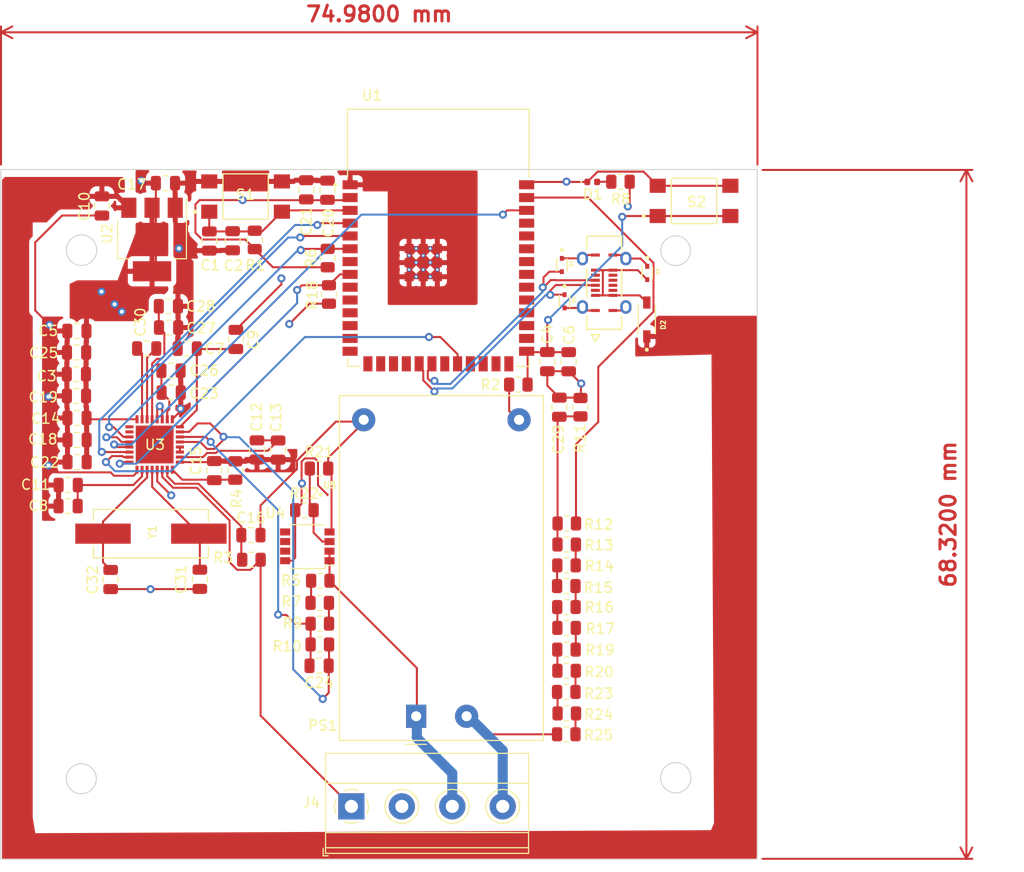
<source format=kicad_pcb>
(kicad_pcb (version 20221018) (generator pcbnew)
  (layers (0 "F.Cu" signal) (1 "In1.Cu" signal) (2 "In2.Cu" signal) (31 "B.Cu" signal) (34 "B.Paste" user) (35 "F.Paste" user) (36 "B.SilkS" user "B.Silkscreen") (37 "F.SilkS" user "F.Silkscreen") (38 "B.Mask" user) (39 "F.Mask" user) (44 "Edge.Cuts" user))
  (net 0 "")
  (net 1 "GND")
  (net 2 "EN")
  (net 3 "+3.3V")
  (net 4 "GPIO0")
  (net 5 "Net-(U3-AVDDOUT)")
  (net 6 "Net-(U3-DVDDOUT)")
  (net 7 "+5V")
  (net 8 "Net-(U3-VDDOUT2P5)")
  (net 9 "Net-(U3-IAP)")
  (net 10 "Net-(U3-IAN)")
  (net 11 "Net-(U3-REFIN)")
  (net 12 "Net-(U3-VAMS)")
  (net 13 "Net-(U3-VAP)")
  (net 14 "Net-(U3-MSH)")
  (net 15 "adc")
  (net 16 "Net-(U3-FA1)")
  (net 17 "Net-(U3-FA0)")
  (net 18 "Net-(U3-CLKIN)")
  (net 19 "Net-(U3-CLKOUT)")
  (net 20 "Net-(D1-A)")
  (net 21 "Net-(J3-VBUS1)")
  (net 22 "D+")
  (net 23 "D-")
  (net 24 "/NEUTRO")
  (net 25 "/Fases")
  (net 32 "Net-(R5-Pad2)")
  (net 33 "reset")
  (net 34 "Net-(R7-Pad2)")
  (net 35 "adc_in")
  (net 36 "Net-(R13-Pad1)")
  (net 37 "Net-(R14-Pad1)")
  (net 38 "Net-(R15-Pad1)")
  (net 39 "Net-(R16-Pad1)")
  (net 40 "Net-(R17-Pad1)")
  (net 41 "ss")
  (net 42 "Net-(R19-Pad1)")
  (net 43 "Net-(R20-Pad1)")
  (net 44 "Net-(U4A-+)")
  (net 45 "Net-(R23-Pad1)")
  (net 46 "Net-(R24-Pad1)")
  (net 47 "miso")
  (net 48 "irq_n")
  (net 65 "RX")
  (net 66 "TX")
  (net 67 "misi")
  (net 72 "SCLK")
  (net 77 "Net-(U3-IBN)")
  (net 84 "Net-(J4-Pin_1)")
  (footprint "Resistor_SMD:R_0805_2012Metric" (layer "F.Cu") (at 88.61 66.02)
    (fp_text reference "R21")
    (fp_text value "10k")
  )
  (footprint "Converter_ACDC:Converter_ACDC_HiLink_HLK-PMxx" (layer "F.Cu") (at 98.24 90.59 90)
    (fp_text reference "PS1")
    (fp_text value "HLK-PM03")
  )
  (footprint "Resistor_SMD:R_0805_2012Metric" (layer "F.Cu") (at 89.6 48.76 -90)
    (fp_text reference "R18")
    (fp_text value "10k")
  )
  (footprint "Resistor_SMD:R_0805_2012Metric" (layer "F.Cu") (at 113.12 88.18)
    (fp_text reference "R23")
    (fp_text value "100k")
  )
  (footprint "Capacitor_SMD:C_0805_2012Metric" (layer "F.Cu") (at 73.7 52.04)
    (fp_text reference "C27")
    (fp_text value "4.7 uF")
  )
  (footprint "Resistor_SMD:R_0805_2012Metric" (layer "F.Cu") (at 113.12 77.68 180)
    (fp_text reference "R15")
    (fp_text value "100k")
  )
  (footprint "Capacitor_SMD:C_0805_2012Metric" (layer "F.Cu") (at 111.24 55.42 90)
    (fp_text reference "C4")
    (fp_text value "1uF")
  )
  (footprint "Capacitor_SMD:C_0805_2012Metric" (layer "F.Cu") (at 80.37 53.22 -90)
    (fp_text reference "C9")
    (fp_text value "4.7 uF")
  )
  (footprint "Capacitor_SMD:C_0805_2012Metric" (layer "F.Cu") (at 75.55 54.13)
    (fp_text reference "C7")
    (fp_text value "0.1 uF")
  )
  (footprint "Capacitor_SMD:C_0805_2012Metric" (layer "F.Cu") (at 84.56 64.19 -90)
    (fp_text reference "C13")
    (fp_text value "0.1 uF")
  )
  (footprint "Resistor_SMD:R_0805_2012Metric" (layer "F.Cu") (at 81.91 75.07 180)
    (fp_text reference "R3")
    (fp_text value "150k")
  )
  (footprint "Capacitor_SMD:C_0805_2012Metric" (layer "F.Cu") (at 87.35 38.38 90)
    (fp_text reference "C21")
    (fp_text value "C 10uF")
  )
  (footprint "Capacitor_SMD:C_0805_2012Metric" (layer "F.Cu") (at 78.23 66.23 90)
    (fp_text reference "C15")
    (fp_text value "0.1 uF")
  )
  (footprint "Capacitor_SMD:C_0805_2012Metric" (layer "F.Cu") (at 64.58 54.51 180)
    (fp_text reference "C25")
    (fp_text value "0.1 uF")
  )
  (footprint "Resistor_SMD:R_0805_2012Metric" (layer "F.Cu") (at 113.16 73.56 180)
    (fp_text reference "R13")
    (fp_text value "100k")
  )
  (footprint "TerminalBlock_Phoenix:TerminalBlock_Phoenix_MKDS-1,5-4_1x04_P5.00mm_Horizontal" (layer "F.Cu") (at 91.82 99.53)
    (fp_text reference "J4")
    (fp_text value "Screw_Terminal_01x04")
  )
  (footprint "Capacitor_SMD:C_0805_2012Metric" (layer "F.Cu") (at 80.05 43.43 -90)
    (fp_text reference "C2")
    (fp_text value "0.1uF")
  )
  (footprint "Capacitor_SMD:C_0805_2012Metric" (layer "F.Cu") (at 77.74 43.46 90)
    (fp_text reference "C1")
    (fp_text value "1uF")
  )
  (footprint "Resistor_SMD:R_0805_2012Metric" (layer "F.Cu") (at 89.47 45.15 90)
    (fp_text reference "R6")
    (fp_text value "10k")
  )
  (footprint "Capacitor_SMD:C_0805_2012Metric" (layer "F.Cu") (at 67.96 77.03 -90)
    (fp_text reference "C32")
    (fp_text value "22Pf")
  )
  (footprint "Capacitor_SMD:C_0805_2012Metric" (layer "F.Cu") (at 112.43 59.94 90)
    (fp_text reference "C29")
    (fp_text value "1uF")
  )
  (footprint "Resistor_SMD:R_0805_2012Metric" (layer "F.Cu") (at 113.15 86.08 180)
    (fp_text reference "R20")
    (fp_text value "100k")
  )
  (footprint "Resistor_SMD:R_0805_2012Metric" (layer "F.Cu") (at 113.1475 81.83 180)
    (fp_text reference "R17")
    (fp_text value "100k")
  )
  (footprint "Resistor_SMD:R_0805_2012Metric" (layer "F.Cu") (at 113.14 83.98)
    (fp_text reference "R19")
    (fp_text value "100k")
  )
  (footprint "Capacitor_SMD:C_0805_2012Metric" (layer "F.Cu") (at 82.46 64.18 -90)
    (fp_text reference "C12")
    (fp_text value "4.7 uF")
  )
  (footprint "Capacitor_SMD:C_0805_2012Metric" (layer "F.Cu") (at 64.56 56.67 180)
    (fp_text reference "C3")
    (fp_text value "22uF")
  )
  (footprint "Capacitor_SMD:C_0805_2012Metric" (layer "F.Cu") (at 73.94 56.32)
    (fp_text reference "C26")
    (fp_text value "0.1 uF")
  )
  (footprint "Capacitor_SMD:C_0805_2012Metric" (layer "F.Cu") (at 73.39 37.72)
    (fp_text reference "C17")
    (fp_text value "C 10uF")
  )
  (footprint "Resistor_SMD:R_0805_2012Metric" (layer "F.Cu") (at 88.68 79.35)
    (fp_text reference "R7")
    (fp_text value "330k")
  )
  (footprint "Capacitor_SMD:C_0805_2012Metric" (layer "F.Cu") (at 89.45 38.42 90)
    (fp_text reference "C20")
    (fp_text value "C 10uF")
  )
  (footprint "Resistor_SMD:R_0805_2012Metric" (layer "F.Cu") (at 87.16 70.15)
    (fp_text reference "R22")
    (fp_text value "10k")
  )
  (footprint "Capacitor_SMD:C_0805_2012Metric" (layer "F.Cu") (at 67.09 39.98 -90)
    (fp_text reference "C10")
    (fp_text value "C 10uF")
  )
  (footprint "Capacitor_SMD:C_0805_2012Metric" (layer "F.Cu") (at 64.62 61.01 180)
    (fp_text reference "C14")
    (fp_text value "0.1uF")
  )
  (footprint "Resistor_SMD:R_0805_2012Metric" (layer "F.Cu") (at 88.69 83.47 180)
    (fp_text reference "R10")
    (fp_text value "1K")
  )
  (footprint "Capacitor_SMD:C_0805_2012Metric" (layer "F.Cu") (at 64.63 63.19 180)
    (fp_text reference "C18")
    (fp_text value "4.7 uF")
  )
  (footprint "Resistor_SMD:R_0805_2012Metric" (layer "F.Cu") (at 118.4925 37.58)
    (fp_text reference "R8")
    (fp_text value "5.1k")
  )
  (footprint "huella y simbolos:XCVR_ESP32S3WROOM1N8R8" (layer "F.Cu") (at 100.44 43.14)
    (fp_text reference "U1")
    (fp_text value "ESP32-S3-WROOM-1-N8R8")
  )
  (footprint "Capacitor_SMD:C_0805_2012Metric" (layer "F.Cu") (at 63.75 67.66 180)
    (fp_text reference "C11")
    (fp_text value "0.1 uF")
  )
  (footprint "Capacitor_SMD:C_0805_2012Metric" (layer "F.Cu") (at 76.8 77.01 -90)
    (fp_text reference "C31")
    (fp_text value "22Pf")
  )
  (footprint "huella y simbolos:DIO_PESD5V0R1BSFYL" (layer "F.Cu") (at 89.65 68.62)
    (fp_text reference "U5")
    (fp_text value "~")
  )
  (footprint "Resistor_SMD:R_0805_2012Metric" (layer "F.Cu") (at 80.31 66.2175 -90)
    (fp_text reference "R4")
    (fp_text value "150k")
  )
  (footprint "TL3305AF160QG:SW_TL3305AF160QG" (layer "F.Cu") (at 81.3325 39.05)
    (fp_text reference "S1")
    (fp_text value "TL3305AF160QG")
  )
  (footprint "Resistor_SMD:R_0805_2012Metric" (layer "F.Cu") (at 108.37 57.7)
    (fp_text reference "R2")
    (fp_text value "10K")
  )
  (footprint "Resistor_SMD:R_0805_2012Metric" (layer "F.Cu") (at 113.17 90.31 180)
    (fp_text reference "R24")
    (fp_text value "100k")
  )
  (footprint "huella y simbolos:TVS_LESD5D5.0CT1G" (layer "F.Cu") (at 121.14 46.63 -90)
    (fp_text reference "D5")
    (fp_text value "LESD5D5.0CT1G")
  )
  (footprint "huella y simbolos:TVS_LESD5D5.0CT1G" (layer "F.Cu") (at 112.68 45.84 -90)
    (fp_text reference "D4")
    (fp_text value "LESD5D5.0CT1G")
  )
  (footprint "huella y simbolos:MOLEX_2171820001" (layer "F.Cu") (at 116.875 47.6 90)
    (fp_text reference "J3" hide)
    (fp_text value "2171820001" hide)
    (fp_line (start 3.65 -0.26) (end 3.85 -0.26) (stroke (width 0.01)) (layer "Edge.Cuts"))
    (fp_line (start 3.85 0.26) (end 3.65 0.26) (stroke (width 0.01)) (layer "Edge.Cuts"))
    (fp_arc (start 3.39 0) (mid 3.466152 -0.183848) (end 3.65 -0.26) (stroke (width 0.01)) (layer "Edge.Cuts"))
    (fp_arc (start 3.65 0.26) (mid 3.466152 0.183848) (end 3.39 0) (stroke (width 0.01)) (layer "Edge.Cuts"))
    (fp_arc (start 3.85 -0.26) (mid 4.033848 -0.183848) (end 4.11 0) (stroke (width 0.01)) (layer "Edge.Cuts"))
    (fp_arc (start 4.11 0) (mid 4.033848 0.183848) (end 3.85 0.26) (stroke (width 0.01)) (layer "Edge.Cuts"))
  )
  (footprint "huella y simbolos:TVS_LESD5D5.0CT1G" (layer "F.Cu") (at 112.95 49.44 -90)
    (fp_text reference "D3")
    (fp_text value "LESD5D5.0CT1G")
  )
  (footprint "Capacitor_SMD:C_0805_2012Metric" (layer "F.Cu") (at 113.36 55.43 -90)
    (fp_text reference "C6")
    (fp_text value "0.1uF")
  )
  (footprint "Resistor_SMD:R_0805_2012Metric" (layer "F.Cu") (at 114.53 59.94 90)
    (fp_text reference "R11")
    (fp_text value "1k")
  )
  (footprint "Resistor_SMD:R_0805_2012Metric" (layer "F.Cu") (at 113.1325 79.76)
    (fp_text reference "R16")
    (fp_text value "100k")
  )
  (footprint "Resistor_SMD:R_0805_2012Metric" (layer "F.Cu") (at 113.17 71.47)
    (fp_text reference "R12")
    (fp_text value "10k")
  )
  (footprint "Capacitor_SMD:C_0805_2012Metric" (layer "F.Cu") (at 81.86 72.63 180)
    (fp_text reference "C16")
    (fp_text value "0.1 uF")
  )
  (footprint "MOLISENSE:XTAL_ECS-120-32-5PX-TR" (layer "F.Cu") (at 71.95 72.48)
    (fp_text reference "Y1")
    (fp_text value "ECS-120-32-5PX-TR")
  )
  (footprint "Resistor_SMD:R_0805_2012Metric" (layer "F.Cu") (at 113.14 75.63)
    (fp_text reference "R14")
    (fp_text value "100k")
  )
  (footprint "Capacitor_SMD:C_0805_2012Metric" (layer "F.Cu") (at 88.62 85.58 180)
    (fp_text reference "C24")
    (fp_text value "15nF")
  )
  (footprint "Package_TO_SOT_SMD:SuperSOT-8" (layer "F.Cu") (at 87.45 73.74 180)
    (fp_text reference "U4")
    (fp_text value "LM358")
  )
  (footprint "TL3305AF160QG:SW_TL3305AF160QG" (layer "F.Cu") (at 125.7825 39.48)
    (fp_text reference "S2")
    (fp_text value "TL3305AF160QG")
  )
  (footprint "huella y simbolos:QFN50P500X500X80-33N" (layer "F.Cu") (at 72.32 63.64 90)
    (property "VALUE" "")
    (fp_text reference "U3")
    (fp_text value "ADE9153AACPZ")
  )
  (footprint "LED_SMD:LED_0402_1005Metric" (layer "F.Cu") (at 115.69 37.6)
    (fp_text reference "D1")
    (fp_text value "LED")
  )
  (footprint "Capacitor_SMD:C_0805_2012Metric" (layer "F.Cu") (at 64.57 58.82 180)
    (fp_text reference "C19")
    (fp_text value "0.1 uF")
  )
  (footprint "Resistor_SMD:R_0805_2012Metric" (layer "F.Cu") (at 88.69 81.41 180)
    (fp_text reference "R9")
    (fp_text value "330k")
  )
  (footprint "Resistor_SMD:R_0805_2012Metric" (layer "F.Cu") (at 82.24 43.35 90)
    (fp_text reference "R1")
    (fp_text value "10K")
  )
  (footprint "Resistor_SMD:R_0805_2012Metric" (layer "F.Cu") (at 88.74 77.15 180)
    (fp_text reference "R5")
    (fp_text value "330k")
  )
  (footprint "Capacitor_SMD:C_0805_2012Metric" (layer "F.Cu") (at 73.96 58.49)
    (fp_text reference "C23")
    (fp_text value "4.7 uF")
  )
  (footprint "Capacitor_SMD:C_0805_2012Metric" (layer "F.Cu") (at 64.61 52.38 180)
    (fp_text reference "C5")
    (fp_text value "0.1uF")
  )
  (footprint "Capacitor_SMD:C_0805_2012Metric" (layer "F.Cu") (at 63.74 69.75 180)
    (fp_text reference "C8")
    (fp_text value "4.7 uF")
  )
  (footprint "huella y simbolos:SOD3715X145N" (layer "F.Cu") (at 121.1 51.24 90)
    (fp_text reference "D2")
    (fp_text value "1N5819HW-7-F")
  )
  (footprint "Capacitor_SMD:C_0805_2012Metric" (layer "F.Cu") (at 64.63 65.38 180)
    (fp_text reference "C22")
    (fp_text value "4.7 uF")
  )
  (footprint "Capacitor_SMD:C_0805_2012Metric" (layer "F.Cu") (at 73.68 49.93)
    (fp_text reference "C28")
    (fp_text value "0.1 uF")
  )
  (footprint "Package_TO_SOT_SMD:SOT-223-3_TabPin2" (layer "F.Cu") (at 72.06 43.31 -90)
    (fp_text reference "U2")
    (fp_text value "AMS1117-3.3")
  )
  (footprint "Capacitor_SMD:C_0805_2012Metric" (layer "F.Cu") (at 71.53 54.12 180)
    (fp_text reference "C30")
    (fp_text value "0.47uF")
  )
  (footprint "Resistor_SMD:R_0805_2012Metric" (layer "F.Cu") (at 113.12 92.38)
    (fp_text reference "R25")
    (fp_text value "100k")
  )
  (gr_rect (start 57.07 36.37) (end 132.05 104.77) (stroke (width 0.1)) (fill none) (layer "Edge.Cuts"))
  (gr_circle (center 65.05 96.79) (end 66.54 96.79) (stroke (width 0.1)) (fill none) (layer "Edge.Cuts"))
  (gr_circle (center 123.97 96.69) (end 125.47 96.69) (stroke (width 0.1)) (fill none) (layer "Edge.Cuts"))
  (gr_circle (center 65.07 44.37) (end 66.58 44.37) (stroke (width 0.1)) (fill none) (layer "Edge.Cuts"))
  (gr_circle (center 123.96 44.42) (end 125.43 44.42) (stroke (width 0.1)) (fill none) (layer "Edge.Cuts"))
  (dimension (type aligned) (layer "F.Cu") (pts (xy 132.07 104.73) (xy 132.07 36.41)) (height 20.71) (gr_text "68.3200 mm" (at 150.98 70.57 90) (layer "F.Cu") (effects (font (size 1.5 1.5) (thickness 0.3)))) (format (prefix "") (suffix "") (units 3) (units_format 1) (precision 4)) (style (thickness 0.2) (arrow_length 1.27) (text_position_mode 0) (extension_height 0.58642) (extension_offset 0.5) keep_text_aligned))
  (dimension (type aligned) (layer "F.Cu") (pts (xy 57.09 36.38) (xy 132.07 36.38)) (height -13.62) (gr_text "74.9800 mm" (at 94.58 20.96) (layer "F.Cu") (effects (font (size 1.5 1.5) (thickness 0.3)))) (format (prefix "") (suffix "") (units 3) (units_format 1) (precision 4)) (style (thickness 0.2) (arrow_length 1.27) (text_position_mode 0) (extension_height 0.58642) (extension_offset 0.5) keep_text_aligned))
  (segment (start 74.91 60.06) (end 74.91 58.49) (width 0.2) (layer "F.Cu") (net 1))
  (segment (start 82.81 72.63) (end 82.81 69.69) (width 0.2) (layer "F.Cu") (net 1))
  (segment (start 78.28 65.23) (end 86.42457 65.23) (width 0.2) (layer "F.Cu") (net 1))
  (segment (start 89.5225 64.9575) (end 93.11 61.37) (width 0.2) (layer "F.Cu") (net 1))
  (segment (start 113.35 56.37) (end 113.36 56.38) (width 0.2) (layer "F.Cu") (net 1))
  (segment (start 78.23 65.28) (end 78.28 65.23) (width 0.2) (layer "F.Cu") (net 1))
  (segment (start 115.075 50.35) (end 114.725 50) (width 0.2) (layer "F.Cu") (net 1))
  (segment (start 89.85 66.3475) (end 89.85 72.113) (width 0.2) (layer "F.Cu") (net 1))
  (segment (start 116.01 44.85) (end 115.075 44.85) (width 0.2) (layer "F.Cu") (net 1))
  (segment (start 72.57 60.1) (end 72.83 59.84) (width 0.2) (layer "F.Cu") (net 1))
  (segment (start 112.68 45.18) (end 114.705 45.18) (width 0.2) (layer "F.Cu") (net 1))
  (segment (start 73.07 61.14) (end 73.07 60.08) (width 0.2) (layer "F.Cu") (net 1))
  (segment (start 63.15 40.93) (end 60.48 43.6) (width 0.2) (layer "F.Cu") (net 1))
  (segment (start 73.07 60.08) (end 72.83 59.84) (width 0.2) (layer "F.Cu") (net 1))
  (segment (start 71.9 77.98) (end 71.91 77.99) (width 0.2) (layer "F.Cu") (net 1))
  (segment (start 72.57 61.14) (end 72.57 60.1) (width 0.2) (layer "F.Cu") (net 1))
  (segment (start 118.675 44.85) (end 119.025 45.2) (width 0.2) (layer "F.Cu") (net 1))
  (segment (start 112.95 50.1) (end 114.625 50.1) (width 0.2) (layer "F.Cu") (net 1))
  (segment (start 112.43 58.99) (end 114.4925 58.99) (width 0.2) (layer "F.Cu") (net 1))
  (segment (start 86.42457 66.07543) (end 86.42457 65.23) (width 0.2) (layer "F.Cu") (net 1))
  (segment (start 71.91 77.99) (end 71.92 77.98) (width 0.2) (layer "F.Cu") (net 1))
  (segment (start 84.879717 47.760283) (end 84.879717 47.160945) (width 0.2) (layer "F.Cu") (net 1))
  (segment (start 82.81 69.69) (end 86.42457 66.07543) (width 0.2) (layer "F.Cu") (net 1))
  (segment (start 90.28457 61.37) (end 93.11 61.37) (width 0.2) (layer "F.Cu") (net 1))
  (segment (start 60.48 50.35) (end 61.9 51.77) (width 0.2) (layer "F.Cu") (net 1))
  (segment (start 120.7825 36.58) (end 116.225 36.58) (width 0.2) (layer "F.Cu") (net 1))
  (segment (start 114.53 59.0275) (end 114.6 57.59) (width 0.2) (layer "F.Cu") (net 1))
  (segment (start 112.43 58.99) (end 111.24 57.8) (width 0.2) (layer "F.Cu") (net 1))
  (segment (start 113.11 37.6) (end 109.47 37.6) (width 0.2) (layer "F.Cu") (net 1))
  (segment (start 86.42457 65.23) (end 90.28457 61.37) (width 0.2) (layer "F.Cu") (net 1))
  (segment (start 74.82 65.39) (end 82.2 65.39) (width 0.2) (layer "F.Cu") (net 1))
  (segment (start 109.47 37.6) (end 109.19 37.88) (width 0.2) (layer "F.Cu") (net 1))
  (segment (start 67.96 77.98) (end 71.9 77.98) (width 0.2) (layer "F.Cu") (net 1))
  (segment (start 114.625 50.1) (end 114.725 50) (width 0.2) (layer "F.Cu") (net 1))
  (segment (start 113.17 37.6) (end 113.14 37.57) (width 0.2) (layer "F.Cu") (net 1))
  (segment (start 62.475 66.405) (end 61.79 65.72) (width 0.2) (layer "F.Cu") (net 1))
  (segment (start 114.53 57.55) (end 113.36 56.38) (width 0.2) (layer "F.Cu") (net 1))
  (segment (start 89.5225 66.02) (end 89.85 66.3475) (width 0.2) (layer "F.Cu") (net 1))
  (segment (start 89.85 72.113) (end 89.65 72.313) (width 0.2) (layer "F.Cu") (net 1))
  (segment (start 117.74 50.35) (end 118.675 50.35) (width 0.2) (layer "F.Cu") (net 1))
  (segment (start 111.24 56.37) (end 113.35 56.37) (width 0.2) (layer "F.Cu") (net 1))
  (segment (start 116.225 36.58) (end 115.205 37.6) (width 0.2) (layer "F.Cu") (net 1))
  (segment (start 74.91 60.3) (end 74.91 60.1) (width 0.2) (layer "F.Cu") (net 1))
  (segment (start 121.14 45.97) (end 121.14 45.85) (width 0.2) (layer "F.Cu") (net 1))
  (segment (start 67.33 40.93) (end 63.15 40.93) (width 0.2) (layer "F.Cu") (net 1))
  (segment (start 70.57 66.14) (end 70.57 66.39) (width 0.2) (layer "F.Cu") (net 1))
  (segment (start 74.89 60.08) (end 74.91 60.06) (width 0.2) (layer "F.Cu") (net 1))
  (segment (start 114.4925 58.99) (end 114.53 59.0275) (width 0.2) (layer "F.Cu") (net 1))
  (segment (start 129.3825 37.98) (end 122.1825 37.98) (width 0.2) (layer "F.Cu") (net 1))
  (segment (start 117.74 44.85) (end 118.675 44.85) (width 0.2) (layer "F.Cu") (net 1))
  (segment (start 74.07 61.14) (end 74.91 60.3) (width 0.2) (layer "F.Cu") (net 1))
  (segment (start 80.37 52.27) (end 84.879717 47.760283) (width 0.2) (layer "F.Cu") (net 1))
  (segment (start 67.954339 66.405) (end 62.475 66.405) (width 0.2) (layer "F.Cu") (net 1))
  (segment (start 122.1825 37.98) (end 120.7825 36.58) (width 0.2) (layer "F.Cu") (net 1))
  (segment (start 121.14 45.85) (end 120.49 45.2) (width 0.2) (layer "F.Cu") (net 1))
  (segment (start 111.24 57.8) (end 111.24 56.37) (width 0.2) (layer "F.Cu") (net 1))
  (segment (start 89.5225 66.02) (end 89.5225 64.9575) (width 0.2) (layer "F.Cu") (net 1))
  (segment (start 71.92 77.98) (end 76.78 77.98) (width 0.2) (layer "F.Cu") (net 1))
  (segment (start 76.78 77.98) (end 76.8 77.96) (width 0.2) (layer "F.Cu") (net 1))
  (segment (start 60.48 43.6) (end 60.48 50.35) (width 0.2) (layer "F.Cu") (net 1))
  (segment (start 70.57 66.39) (end 70.22 66.74) (width 0.2) (layer "F.Cu") (net 1))
  (segment (start 115.205 37.6) (end 113.17 37.6) (width 0.2) (layer "F.Cu") (net 1))
  (segment (start 74.95 60.03) (end 74.91 59.99) (width 0.2) (layer "F.Cu") (net 1))
  (segment (start 118.675 50.35) (end 119.025 50) (width 0.2) (layer "F.Cu") (net 1))
  (segment (start 82.2 65.39) (end 82.46 65.13) (width 0.2) (layer "F.Cu") (net 1))
  (segment (start 74.91 60.1) (end 74.89 60.08) (width 0.2) (layer "F.Cu") (net 1))
  (segment (start 120.49 45.2) (end 119.025 45.2) (width 0.2) (layer "F.Cu") (net 1))
  (segment (start 114.6 57.59) (end 114.53 57.55) (width 0.2) (layer "F.Cu") (net 1))
  (segment (start 114.705 45.18) (end 114.725 45.2) (width 0.2) (layer "F.Cu") (net 1))
  (segment (start 74.91 59.99) (end 74.91 58.49) (width 0.2) (layer "F.Cu") (net 1))
  (segment (start 68.289339 66.74) (end 67.954339 66.405) (width 0.2) (layer "F.Cu") (net 1))
  (segment (start 116.01 50.35) (end 115.075 50.35) (width 0.2) (layer "F.Cu") (net 1))
  (segment (start 70.22 66.74) (end 68.289339 66.74) (width 0.2) (layer "F.Cu") (net 1))
  (segment (start 113.14 37.57) (end 113.11 37.6) (width 0.2) (layer "F.Cu") (net 1))
  (segment (start 115.075 44.85) (end 114.725 45.2) (width 0.2) (layer "F.Cu") (net 1))
  (via (at 72.83 59.84) (size 0.8) (drill 0.4) (layers "F.Cu" "B.Cu") (net 1))
  (via (at 114.6 57.59) (size 0.8) (drill 0.4) (layers "F.Cu" "B.Cu") (net 1))
  (via (at 71.91 77.99) (size 0.8) (drill 0.4) (layers "F.Cu" "B.Cu") (net 1))
  (via (at 113.14 37.57) (size 0.8) (drill 0.4) (layers "F.Cu" "B.Cu") (net 1))
  (via (at 61.8 58.9) (size 0.8) (drill 0.4) (layers "F.Cu" "B.Cu") (net 1))
  (via (at 74.73 44.19) (size 0.8) (drill 0.4) (layers "F.Cu" "B.Cu") (net 1))
  (via (at 61.9 51.77) (size 0.8) (drill 0.4) (layers "F.Cu" "B.Cu") (net 1))
  (via (at 61.79 65.72) (size 0.8) (drill 0.4) (layers "F.Cu" "B.Cu") (net 1))
  (via (at 84.879717 47.160945) (size 0.8) (drill 0.4) (layers "F.Cu" "B.Cu") (net 1))
  (via (at 74.89 60.08) (size 0.8) (drill 0.4) (layers "F.Cu" "B.Cu") (net 1))
  (segment (start 77.7325 42.5025) (end 77.74 42.51) (width 0.2) (layer "F.Cu") (net 2))
  (segment (start 77.74 42.51) (end 82.9725 42.51) (width 0.2) (layer "F.Cu") (net 2))
  (segment (start 77.7325 40.55) (end 77.7325 42.5025) (width 0.2) (layer "F.Cu") (net 2))
  (segment (start 85.0625 40.42) (end 84.9325 40.55) (width 0.2) (layer "F.Cu") (net 2))
  (segment (start 91.69 40.42) (end 85.0625 40.42) (width 0.2) (layer "F.Cu") (net 2))
  (segment (start 82.9725 42.51) (end 84.9325 40.55) (width 0.2) (layer "F.Cu") (net 2))
  (segment (start 86.885 69.5125) (end 86.2475 70.15) (width 0.2) (layer "F.Cu") (net 3))
  (segment (start 91.43 39.41) (end 91.69 39.15) (width 0.2) (layer "F.Cu") (net 3))
  (segment (start 85.95 75.167) (end 85.25 75.167) (width 0.2) (layer "F.Cu") (net 3))
  (segment (start 86.885 65.335256) (end 86.885 67.465) (width 0.2) (layer "F.Cu") (net 3))
  (segment (start 72.57 66.14) (end 72.57 67.289338) (width 0.2) (layer "F.Cu") (net 3))
  (segment (start 72.57 67.289338) (end 73.960331 68.679669) (width 0.2) (layer "F.Cu") (net 3))
  (segment (start 86.885 67.535) (end 86.885 69.5125) (width 0.2) (layer "F.Cu") (net 3))
  (segment (start 107.4575 57.7) (end 107.4575 60.3175) (width 0.2) (layer "F.Cu") (net 3))
  (segment (start 89.6 49.6725) (end 87.6775 49.6725) (width 0.2) (layer "F.Cu") (net 3))
  (segment (start 65.7 61.14) (end 65.57 61.01) (width 0.2) (layer "F.Cu") (net 3))
  (segment (start 87.200256 65.02) (end 86.885 65.335256) (width 0.2) (layer "F.Cu") (net 3))
  (segment (start 89.45 68.62) (end 88.51 67.68) (width 0.2) (layer "F.Cu") (net 3))
  (segment (start 89.47 46.0625) (end 84.04 46.0625) (width 0.2) (layer "F.Cu") (net 3))
  (segment (start 76.36 42.639744) (end 76.36 39.8225) (width 0.2) (layer "F.Cu") (net 3))
  (segment (start 88.51 67.68) (end 88.51 65.335256) (width 0.2) (layer "F.Cu") (net 3))
  (segment (start 119.29 40.03) (end 119.22 40.03) (width 0.2) (layer "F.Cu") (net 3))
  (segment (start 81.04 39.41) (end 91.43 39.41) (width 0.2) (layer "F.Cu") (net 3))
  (segment (start 107.4575 60.3175) (end 108.51 61.37) (width 0.2) (layer "F.Cu") (net 3))
  (segment (start 86.2475 70.15) (end 86.2475 74.8695) (width 0.2) (layer "F.Cu") (net 3))
  (segment (start 81.2875 43.31) (end 77.030256 43.31) (width 0.2) (layer "F.Cu") (net 3))
  (segment (start 81.03 39.4) (end 81.04 39.41) (width 0.2) (layer "F.Cu") (net 3))
  (segment (start 76.7825 39.4) (end 81.03 39.4) (width 0.2) (layer "F.Cu") (net 3))
  (segment (start 70.57 61.14) (end 65.7 61.14) (width 0.2) (layer "F.Cu") (net 3))
  (segment (start 77.030256 43.31) (end 76.36 42.639744) (width 0.2) (layer "F.Cu") (net 3))
  (segment (start 72.44 46.08) (end 72.06 46.46) (width 0.2) (layer "F.Cu") (net 3))
  (segment (start 87.6775 49.6725) (end 85.66 51.69) (width 0.2) (layer "F.Cu") (net 3))
  (segment (start 84.04 46.0625) (end 82.24 44.2625) (width 0.2) (layer "F.Cu") (net 3))
  (segment (start 86.2475 74.8695) (end 85.95 75.167) (width 0.2) (layer "F.Cu") (net 3))
  (segment (start 82.24 44.2625) (end 81.2875 43.31) (width 0.2) (layer "F.Cu") (net 3))
  (segment (start 72.44 37.72) (end 72.44 46.08) (width 0.2) (layer "F.Cu") (net 3))
  (segment (start 88.51 65.335256) (end 88.194744 65.02) (width 0.2) (layer "F.Cu") (net 3))
  (segment (start 119.22 40.03) (end 119.22 40.1) (width 0.2) (layer "F.Cu") (net 3))
  (segment (start 88.194744 65.02) (end 87.200256 65.02) (width 0.2) (layer "F.Cu") (net 3))
  (segment (start 119.405 39.915) (end 119.29 40.03) (width 0.2) (layer "F.Cu") (net 3))
  (segment (start 119.22 40.1) (end 119.18 40.14) (width 0.2) (layer "F.Cu") (net 3))
  (segment (start 86.885 67.465) (end 86.92 67.5) (width 0.2) (layer "F.Cu") (net 3))
  (segment (start 119.405 37.58) (end 119.405 39.915) (width 0.2) (layer "F.Cu") (net 3))
  (segment (start 76.36 39.8225) (end 76.7825 39.4) (width 0.2) (layer "F.Cu") (net 3))
  (segment (start 86.92 67.5) (end 86.885 67.535) (width 0.2) (layer "F.Cu") (net 3))
  (via (at 119.22 40.03) (size 0.8) (drill 0.4) (layers "F.Cu" "B.Cu") (net 3))
  (via (at 69.07 50.47) (size 0.8) (drill 0.4) (layers "F.Cu" "B.Cu") (net 3))
  (via (at 81.03 39.4) (size 0.8) (drill 0.4) (layers "F.Cu" "B.Cu") (net 3))
  (via (at 73.960331 68.679669) (size 0.8) (drill 0.4) (layers "F.Cu" "B.Cu") (net 3))
  (via (at 85.66 51.69) (size 0.8) (drill 0.4) (layers "F.Cu" "B.Cu") (net 3))
  (via (at 68.35 49.73) (size 0.8) (drill 0.4) (layers "F.Cu" "B.Cu") (net 3))
  (via (at 86.92 67.5) (size 0.8) (drill 0.4) (layers "F.Cu" "B.Cu") (net 3))
  (via (at 67.05 48.48) (size 0.8) (drill 0.4) (layers "F.Cu" "B.Cu") (net 3))
  (via (at 71 37.48) (size 0.8) (drill 0.4) (layers "F.Cu" "B.Cu") (net 3))
  (segment (start 113.36 54.48) (end 109.28 54.48) (width 0.2) (layer "F.Cu") (net 4))
  (segment (start 109.28 54.48) (end 109.19 54.39) (width 0.2) (layer "F.Cu") (net 4))
  (segment (start 118.74 40.98) (end 118.66 41.06) (width 0.2) (layer "F.Cu") (net 4))
  (segment (start 122.1825 40.98) (end 118.74 40.98) (width 0.2) (layer "F.Cu") (net 4))
  (segment (start 111.24 54.47) (end 111.24 51.36) (width 0.2) (layer "F.Cu") (net 4))
  (segment (start 129.3825 40.98) (end 122.1825 40.98) (width 0.2) (layer "F.Cu") (net 4))
  (segment (start 111.24 51.36) (end 111.31 51.29) (width 0.2) (layer "F.Cu") (net 4))
  (segment (start 109.2825 57.7) (end 109.2825 54.4825) (width 0.2) (layer "F.Cu") (net 4))
  (segment (start 109.2825 54.4825) (end 109.19 54.39) (width 0.2) (layer "F.Cu") (net 4))
  (via (at 118.66 41.06) (size 0.8) (drill 0.4) (layers "F.Cu" "B.Cu") (net 4))
  (via (at 111.31 51.29) (size 0.8) (drill 0.4) (layers "F.Cu" "B.Cu") (net 4))
  (segment (start 118.66 41.06) (end 118.66 43.94) (width 0.2) (layer "B.Cu") (net 4))
  (segment (start 118.66 43.94) (end 111.31 51.29) (width 0.2) (layer "B.Cu") (net 4))
  (segment (start 80.37 54.17) (end 76.54 54.17) (width 0.2) (layer "F.Cu") (net 5))
  (segment (start 76.54 54.17) (end 76.5 54.13) (width 0.2) (layer "F.Cu") (net 5))
  (segment (start 76.5 60.21) (end 76.5 54.13) (width 0.2) (layer "F.Cu") (net 5))
  (segment (start 74.82 61.89) (end 76.5 60.21) (width 0.2) (layer "F.Cu") (net 5))
  (segment (start 71.07 66.14) (end 71.07 66.79) (width 0.2) (layer "F.Cu") (net 6))
  (segment (start 64.69 69.75) (end 64.69 67.67) (width 0.2) (layer "F.Cu") (net 6))
  (segment (start 70.2 67.66) (end 64.7 67.66) (width 0.2) (layer "F.Cu") (net 6))
  (segment (start 64.69 67.67) (end 64.7 67.66) (width 0.2) (layer "F.Cu") (net 6))
  (segment (start 71.07 66.79) (end 70.2 67.66) (width 0.2) (layer "F.Cu") (net 6))
  (segment (start 67.09 39.03) (end 68.63 39.03) (width 0.5) (layer "F.Cu") (net 7))
  (segment (start 68.63 39.03) (end 69.76 40.16) (width 0.5) (layer "F.Cu") (net 7))
  (segment (start 77.520256 64.48) (end 78.399557 64.48) (width 0.2) (layer "F.Cu") (net 8))
  (segment (start 83.537547 64.262453) (end 84.56 63.24) (width 0.2) (layer "F.Cu") (net 8))
  (segment (start 74.82 64.89) (end 77.110256 64.89) (width 0.2) (layer "F.Cu") (net 8))
  (segment (start 78.399557 64.48) (end 78.617104 64.262453) (width 0.2) (layer "F.Cu") (net 8))
  (segment (start 84.55 63.23) (end 84.56 63.24) (width 0.2) (layer "F.Cu") (net 8))
  (segment (start 77.110256 64.89) (end 77.520256 64.48) (width 0.2) (layer "F.Cu") (net 8))
  (segment (start 78.617104 64.262453) (end 83.537547 64.262453) (width 0.2) (layer "F.Cu") (net 8))
  (segment (start 82.46 63.23) (end 84.55 63.23) (width 0.2) (layer "F.Cu") (net 8))
  (segment (start 75.06 67.13) (end 74.07 66.14) (width 0.2) (layer "F.Cu") (net 9))
  (segment (start 80.31 67.13) (end 75.06 67.13) (width 0.2) (layer "F.Cu") (net 9))
  (segment (start 76.665354 67.529669) (end 74.30967 67.529669) (width 0.2) (layer "F.Cu") (net 10))
  (segment (start 74.30967 67.529669) (end 73.57 66.79) (width 0.2) (layer "F.Cu") (net 10))
  (segment (start 80.91 74.9825) (end 80.9975 75.07) (width 0.2) (layer "F.Cu") (net 10))
  (segment (start 80.91 72.63) (end 80.91 71.774315) (width 0.2) (layer "F.Cu") (net 10))
  (segment (start 80.91 72.63) (end 80.91 74.9825) (width 0.2) (layer "F.Cu") (net 10))
  (segment (start 80.91 71.774315) (end 76.665354 67.529669) (width 0.2) (layer "F.Cu") (net 10))
  (segment (start 73.57 66.79) (end 73.57 66.14) (width 0.2) (layer "F.Cu") (net 10))
  (segment (start 72.99 58.47) (end 73.01 58.49) (width 0.2) (layer "F.Cu") (net 11))
  (segment (start 72.99 56.32) (end 72.99 58.47) (width 0.2) (layer "F.Cu") (net 11))
  (segment (start 73.57 60.350661) (end 73.77 60.150661) (width 0.2) (layer "F.Cu") (net 11))
  (segment (start 73.77 60.150661) (end 73.77 59.25) (width 0.2) (layer "F.Cu") (net 11))
  (segment (start 73.57 61.14) (end 73.57 60.350661) (width 0.2) (layer "F.Cu") (net 11))
  (segment (start 73.77 59.25) (end 73.01 58.49) (width 0.2) (layer "F.Cu") (net 11))
  (segment (start 76.825095 63.39) (end 77.515095 64.08) (width 0.2) (layer "F.Cu") (net 12))
  (segment (start 89.6025 85.5475) (end 89.57 85.58) (width 0.2) (layer "F.Cu") (net 12))
  (segment (start 88.98 88.87) (end 88.96 88.87) (width 0.2) (layer "F.Cu") (net 12))
  (segment (start 74.82 63.39) (end 76.825095 63.39) (width 0.2) (layer "F.Cu") (net 12))
  (segment (start 77.515095 64.08) (end 78.233871 64.08) (width 0.2) (layer "F.Cu") (net 12))
  (segment (start 74.82 62.39) (end 75.73 62.39) (width 0.2) (layer "F.Cu") (net 12))
  (segment (start 88.96 88.87) (end 88.92 88.91) (width 0.2) (layer "F.Cu") (net 12))
  (segment (start 89.57 85.58) (end 89.57 88.26) (width 0.2) (layer "F.Cu") (net 12))
  (segment (start 88.98 88.85) (end 88.98 88.87) (width 0.2) (layer "F.Cu") (net 12))
  (segment (start 78.233871 64.08) (end 79.14 63.173871) (width 0.2) (layer "F.Cu") (net 12))
  (segment (start 77.82 61.55) (end 79.14 62.87) (width 0.2) (layer "F.Cu") (net 12))
  (segment (start 76.57 61.55) (end 77.82 61.55) (width 0.2) (layer "F.Cu") (net 12))
  (segment (start 75.73 62.39) (end 76.57 61.55) (width 0.2) (layer "F.Cu") (net 12))
  (segment (start 89.6025 83.47) (end 89.6025 85.5475) (width 0.2) (layer "F.Cu") (net 12))
  (segment (start 79.14 63.173871) (end 79.14 62.87) (width 0.2) (layer "F.Cu") (net 12))
  (segment (start 89.57 88.26) (end 88.98 88.85) (width 0.2) (layer "F.Cu") (net 12))
  (via (at 79.14 62.87) (size 0.8) (drill 0.4) (layers "F.Cu" "B.Cu") (net 12))
  (via (at 88.98 88.87) (size 0.8) (drill 0.4) (layers "F.Cu" "B.Cu") (net 12))
  (segment (start 79.19 62.92) (end 79.14 62.87) (width 0.2) (layer "B.Cu") (net 12))
  (segment (start 86.05 68.27) (end 80.7 62.92) (width 0.2) (layer "B.Cu") (net 12))
  (segment (start 88.98 88.87) (end 86.05 85.94) (width 0.2) (layer "B.Cu") (net 12))
  (segment (start 86.05 85.94) (end 86.05 68.27) (width 0.2) (layer "B.Cu") (net 12))
  (segment (start 80.7 62.92) (end 79.19 62.92) (width 0.2) (layer "B.Cu") (net 12))
  (segment (start 86.24 81.41) (end 85.38 80.55) (width 0.2) (layer "F.Cu") (net 13))
  (segment (start 85.38 80.55) (end 84.6 80.55) (width 0.2) (layer "F.Cu") (net 13))
  (segment (start 87.7775 85.4725) (end 87.67 85.58) (width 0.2) (layer "F.Cu") (net 13))
  (segment (start 74.82 62.89) (end 77.385756 62.89) (width 0.2) (layer "F.Cu") (net 13))
  (segment (start 84.56 80.51) (end 84.52 80.55) (width 0.2) (layer "F.Cu") (net 13))
  (segment (start 87.7775 81.41) (end 87.7775 85.4725) (width 0.2) (layer "F.Cu") (net 13))
  (segment (start 87.7775 81.41) (end 86.24 81.41) (width 0.2) (layer "F.Cu") (net 13))
  (segment (start 77.385756 62.89) (end 77.874483 63.378727) (width 0.2) (layer "F.Cu") (net 13))
  (segment (start 84.6 80.55) (end 84.56 80.51) (width 0.2) (layer "F.Cu") (net 13))
  (segment (start 84.52 80.55) (end 84.5 80.55) (width 0.2) (layer "F.Cu") (net 13))
  (via (at 84.56 80.51) (size 0.8) (drill 0.4) (layers "F.Cu" "B.Cu") (net 13))
  (via (at 77.874483 63.378727) (size 0.8) (drill 0.4) (layers "F.Cu" "B.Cu") (net 13))
  (segment (start 84.56 70.15) (end 77.874483 63.464483) (width 0.2) (layer "B.Cu") (net 13))
  (segment (start 77.874483 63.464483) (end 77.874483 63.378727) (width 0.2) (layer "B.Cu") (net 13))
  (segment (start 84.56 80.51) (end 84.56 70.15) (width 0.2) (layer "B.Cu") (net 13))
  (segment (start 72.73 49.93) (end 72.73 52.02) (width 0.2) (layer "F.Cu") (net 14))
  (segment (start 72.07 61.14) (end 72.07 55.62) (width 0.2) (layer "F.Cu") (net 14))
  (segment (start 72.73 52.02) (end 72.75 52.04) (width 0.2) (layer "F.Cu") (net 14))
  (segment (start 72.07 55.62) (end 72.545 55.145) (width 0.2) (layer "F.Cu") (net 14))
  (segment (start 73.28 54.84) (end 73.28 52.57) (width 0.2) (layer "F.Cu") (net 14))
  (segment (start 72.975 55.145) (end 73.28 54.84) (width 0.2) (layer "F.Cu") (net 14))
  (segment (start 73.28 52.57) (end 72.75 52.04) (width 0.2) (layer "F.Cu") (net 14))
  (segment (start 72.545 55.145) (end 72.975 55.145) (width 0.2) (layer "F.Cu") (net 14))
  (segment (start 114.53 60.8525) (end 112.4675 60.8525) (width 0.2) (layer "F.Cu") (net 15))
  (segment (start 112.2575 71.47) (end 112.2575 61.0625) (width 0.2) (layer "F.Cu") (net 15))
  (segment (start 112.4675 60.8525) (end 112.43 60.89) (width 0.2) (layer "F.Cu") (net 15))
  (segment (start 112.2575 61.0625) (end 112.43 60.89) (width 0.2) (layer "F.Cu") (net 15))
  (segment (start 112.2475 71.48) (end 112.2575 71.47) (width 0.2) (layer "F.Cu") (net 15))
  (segment (start 112.2475 73.56) (end 112.2475 71.48) (width 0.2) (layer "F.Cu") (net 15))
  (segment (start 71.57 55.03) (end 71.57 61.14) (width 0.2) (layer "F.Cu") (net 16))
  (segment (start 72.48 54.12) (end 71.57 55.03) (width 0.2) (layer "F.Cu") (net 16))
  (segment (start 71.07 61.14) (end 71.07 54.61) (width 0.2) (layer "F.Cu") (net 17))
  (segment (start 71.07 54.61) (end 70.58 54.12) (width 0.2) (layer "F.Cu") (net 17))
  (segment (start 72.07 67.85) (end 72.07 66.14) (width 0.2) (layer "F.Cu") (net 18))
  (segment (start 76.8 72.58) (end 76.7 72.48) (width 0.2) (layer "F.Cu") (net 18))
  (segment (start 76.8 76.06) (end 76.8 72.58) (width 0.2) (layer "F.Cu") (net 18))
  (segment (start 76.7 72.48) (end 72.07 67.85) (width 0.2) (layer "F.Cu") (net 18))
  (segment (start 67.2 72.48) (end 67.2 71.28) (width 0.2) (layer "F.Cu") (net 19))
  (segment (start 67.2 71.28) (end 71.57 66.91) (width 0.2) (layer "F.Cu") (net 19))
  (segment (start 71.57 66.91) (end 71.57 66.14) (width 0.2) (layer "F.Cu") (net 19))
  (segment (start 67.96 76.08) (end 67.2 75.32) (width 0.2) (layer "F.Cu") (net 19))
  (segment (start 67.2 75.32) (end 67.2 72.48) (width 0.2) (layer "F.Cu") (net 19))
  (segment (start 116.195 37.58) (end 116.175 37.6) (width 0.2) (layer "F.Cu") (net 20))
  (segment (start 117.58 37.58) (end 116.195 37.58) (width 0.2) (layer "F.Cu") (net 20))
  (segment (start 117.74 48.85) (end 116.01 48.85) (width 0.2) (layer "F.Cu") (net 21))
  (segment (start 117.74 48.85) (end 120.39 48.85) (width 0.2) (layer "F.Cu") (net 21))
  (segment (start 120.39 48.85) (end 121.1 49.56) (width 0.2) (layer "F.Cu") (net 21))
  (segment (start 116.01 46.35) (end 116.694 46.35) (width 0.2) (layer "F.Cu") (net 21))
  (segment (start 116.745 46.401) (end 116.745 48.799) (width 0.2) (layer "F.Cu") (net 21))
  (segment (start 116.694 48.85) (end 116.01 48.85) (width 0.2) (layer "F.Cu") (net 21))
  (segment (start 116.694 46.35) (end 116.745 46.401) (width 0.2) (layer "F.Cu") (net 21))
  (segment (start 121.14 47.29) (end 120.2 46.35) (width 0.2) (layer "F.Cu") (net 21))
  (segment (start 117.74 46.35) (end 116.01 46.35) (width 0.2) (layer "F.Cu") (net 21))
  (segment (start 120.2 46.35) (end 117.74 46.35) (width 0.2) (layer "F.Cu") (net 21))
  (segment (start 116.745 48.799) (end 116.694 48.85) (width 0.2) (layer "F.Cu") (net 21))
  (segment locked (start 111.531232 48.376967) (end 111.531232 48.801232) (width 0.2) (layer "F.Cu") (net 22))
  (segment locked (start 98.945 56.35) (end 98.535 55.94) (width 0.2) (layer "F.Cu") (net 22))
  (segment locked (start 98.945 57.28) (end 98.945 56.35) (width 0.2) (layer "F.Cu") (net 22))
  (segment locked (start 98.535 55.94) (end 98.535 55.64) (width 0.2) (layer "F.Cu") (net 22))
  (segment locked (start 115.332499 47.825) (end 112.083199 47.825) (width 0.2) (layer "F.Cu") (net 22))
  (segment (start 112.95 48.78) (end 111.552464 48.78) (width 0.2) (layer "F.Cu") (net 22))
  (segment locked (start 100.05 58.385) (end 98.945 57.28) (width 0.2) (layer "F.Cu") (net 22))
  (segment locked (start 116.01 47.85) (end 115.357499 47.85) (width 0.2) (layer "F.Cu") (net 22))
  (segment (start 111.552464 48.78) (end 111.531232 48.801232) (width 0.2) (layer "F.Cu") (net 22))
  (segment locked (start 115.357499 47.85) (end 115.332499 47.825) (width 0.2) (layer "F.Cu") (net 22))
  (segment locked (start 112.083199 47.825) (end 111.531232 48.376967) (width 0.2) (layer "F.Cu") (net 22))
  (via locked (at 100.05 58.385) (size 0.8) (drill 0.4) (layers "F.Cu" "B.Cu") (net 22))
  (via locked (at 111.531232 48.801232) (size 0.8) (drill 0.4) (layers "F.Cu" "B.Cu") (net 22))
  (segment locked (start 101.823198 58.085001) (end 100.349999 58.085001) (width 0.2) (layer "B.Cu") (net 22))
  (segment locked (start 100.349999 58.085001) (end 100.05 58.385) (width 0.2) (layer "B.Cu") (net 22))
  (segment locked (start 111.106967 48.801232) (end 101.823198 58.085001) (width 0.2) (layer "B.Cu") (net 22))
  (segment locked (start 111.531232 48.801232) (end 111.106967 48.801232) (width 0.2) (layer "B.Cu") (net 22))
  (segment locked (start 110.859479 48.058768) (end 110.788768 48.058768) (width 0.2) (layer "F.Cu") (net 23))
  (segment locked (start 112.065686 47.330001) (end 111.588246 47.330001) (width 0.2) (layer "F.Cu") (net 23))
  (segment locked (start 100.05 57.335) (end 99.636397 57.335) (width 0.2) (layer "F.Cu") (net 23))
  (segment (start 111.44 46.5) (end 110.859479 47.080521) (width 0.2) (layer "F.Cu") (net 23))
  (segment locked (start 99.636397 57.335) (end 99.395 57.093603) (width 0.2) (layer "F.Cu") (net 23))
  (segment locked (start 99.395 56.35) (end 99.805 55.94) (width 0.2) (layer "F.Cu") (net 23))
  (segment locked (start 99.395 57.093603) (end 99.395 56.35) (width 0.2) (layer "F.Cu") (net 23))
  (segment locked (start 112.085685 47.35) (end 112.065686 47.330001) (width 0.2) (layer "F.Cu") (net 23))
  (segment (start 110.859479 47.080521) (end 110.859479 48.058768) (width 0.2) (layer "F.Cu") (net 23))
  (segment (start 112.68 46.5) (end 111.44 46.5) (width 0.2) (layer "F.Cu") (net 23))
  (segment locked (start 99.805 55.94) (end 99.805 55.64) (width 0.2) (layer "F.Cu") (net 23))
  (segment locked (start 111.588246 47.330001) (end 110.859479 48.058768) (width 0.2) (layer "F.Cu") (net 23))
  (segment locked (start 116.01 47.35) (end 112.085685 47.35) (width 0.2) (layer "F.Cu") (net 23))
  (via locked (at 110.788768 48.058768) (size 0.8) (drill 0.4) (layers "F.Cu" "B.Cu") (net 23))
  (via locked (at 100.05 57.335) (size 0.8) (drill 0.4) (layers "F.Cu" "B.Cu") (net 23))
  (segment locked (start 110.788768 48.058768) (end 110.788768 48.483033) (width 0.2) (layer "B.Cu") (net 23))
  (segment locked (start 100.349999 57.634999) (end 100.05 57.335) (width 0.2) (layer "B.Cu") (net 23))
  (segment locked (start 110.788768 48.483033) (end 101.636802 57.634999) (width 0.2) (layer "B.Cu") (net 23))
  (segment locked (start 101.636802 57.634999) (end 100.349999 57.634999) (width 0.2) (layer "B.Cu") (net 23))
  (segment (start 89.65 77.1475) (end 89.6525 77.15) (width 0.2) (layer "F.Cu") (net 24))
  (segment (start 89.6525 77.15) (end 98.31 85.8075) (width 0.2) (layer "F.Cu") (net 24))
  (segment (start 89.65 74.215) (end 89.65 77.1475) (width 0.2) (layer "F.Cu") (net 24))
  (segment (start 98.31 85.8075) (end 98.31 90.77) (width 0.2) (layer "F.Cu") (net 24))
  (segment (start 98.31 90.77) (end 98.31 92.73) (width 1) (layer "B.Cu") (net 24))
  (segment (start 101.82 98.62) (end 101.72 98.72) (width 1) (layer "B.Cu") (net 24))
  (segment (start 101.82 96.24) (end 101.82 98.62) (width 1) (layer "B.Cu") (net 24))
  (segment (start 98.31 92.73) (end 101.82 96.24) (width 1) (layer "B.Cu") (net 24))
  (segment (start 112.2075 92.38) (end 104.92 92.38) (width 0.2) (layer "F.Cu") (net 25))
  (segment (start 104.92 92.38) (end 103.31 90.77) (width 0.2) (layer "F.Cu") (net 25))
  (segment (start 106.82 93.98) (end 106.82 98.62) (width 1) (layer "B.Cu") (net 25))
  (segment (start 106.82 98.62) (end 106.72 98.72) (width 1) (layer "B.Cu") (net 25))
  (segment (start 103.61 90.77) (end 106.82 93.98) (width 1) (layer "B.Cu") (net 25))
  (segment (start 103.31 90.77) (end 103.61 90.77) (width 1) (layer "B.Cu") (net 25))
  (segment (start 87.8275 77.15) (end 87.8275 79.29) (width 0.2) (layer "F.Cu") (net 32))
  (segment (start 87.8275 79.29) (end 87.7675 79.35) (width 0.2) (layer "F.Cu") (net 32))
  (segment (start 69.82 63.39) (end 69.05 63.39) (width 0.2) (layer "F.Cu") (net 33))
  (segment (start 68.584371 62.924371) (end 67.531638 62.924371) (width 0.2) (layer "F.Cu") (net 33))
  (segment (start 91.69 44.23) (end 89.4775 44.23) (width 0.2) (layer "F.Cu") (net 33))
  (segment (start 86.9225 44.2375) (end 89.47 44.2375) (width 0.2) (layer "F.Cu") (net 33))
  (segment (start 89.4775 44.23) (end 89.47 44.2375) (width 0.2) (layer "F.Cu") (net 33))
  (segment (start 86.8 44.36) (end 86.9225 44.2375) (width 0.2) (layer "F.Cu") (net 33))
  (segment (start 69.05 63.39) (end 68.584371 62.924371) (width 0.2) (layer "F.Cu") (net 33))
  (via (at 86.8 44.36) (size 0.8) (drill 0.4) (layers "F.Cu" "B.Cu") (net 33))
  (via (at 67.531638 62.924371) (size 0.8) (drill 0.4) (layers "F.Cu" "B.Cu") (net 33))
  (segment (start 86.527543 44.36) (end 67.963172 62.924371) (width 0.2) (layer "B.Cu") (net 33))
  (segment (start 86.8 44.36) (end 86.527543 44.36) (width 0.2) (layer "B.Cu") (net 33))
  (segment (start 67.963172 62.924371) (end 67.531638 62.924371) (width 0.2) (layer "B.Cu") (net 33))
  (segment (start 89.5925 81.4) (end 89.6025 81.41) (width 0.2) (layer "F.Cu") (net 34))
  (segment (start 89.5925 79.35) (end 89.5925 81.4) (width 0.2) (layer "F.Cu") (net 34))
  (segment (start 116.29 61.4) (end 116.29 55.94) (width 0.2) (layer "F.Cu") (net 35))
  (segment (start 114.0825 63.6075) (end 116.29 61.4) (width 0.2) (layer "F.Cu") (net 35))
  (segment (start 121.765 50.465) (end 121.765 45.635) (width 0.2) (layer "F.Cu") (net 35))
  (segment (start 121.765 45.635) (end 115.28 39.15) (width 0.2) (layer "F.Cu") (net 35))
  (segment (start 116.29 55.94) (end 121.765 50.465) (width 0.2) (layer "F.Cu") (net 35))
  (segment (start 114.0825 71.47) (end 114.0825 63.6075) (width 0.2) (layer "F.Cu") (net 35))
  (segment (start 115.28 39.15) (end 109.19 39.15) (width 0.2) (layer "F.Cu") (net 35))
  (segment (start 114.0525 75.63) (end 114.0525 73.58) (width 0.2) (layer "F.Cu") (net 36))
  (segment (start 114.0525 73.58) (end 114.0725 73.56) (width 0.2) (layer "F.Cu") (net 36))
  (segment (start 112.2075 75.65) (end 112.2275 75.63) (width 0.2) (layer "F.Cu") (net 37))
  (segment (start 112.2075 77.68) (end 112.2075 75.65) (width 0.2) (layer "F.Cu") (net 37))
  (segment (start 114.045 77.6925) (end 114.0325 77.68) (width 0.2) (layer "F.Cu") (net 38))
  (segment (start 114.045 79.76) (end 114.045 77.6925) (width 0.2) (layer "F.Cu") (net 38))
  (segment (start 112.235 81.83) (end 112.235 79.775) (width 0.2) (layer "F.Cu") (net 39))
  (segment (start 112.235 79.775) (end 112.22 79.76) (width 0.2) (layer "F.Cu") (net 39))
  (segment (start 114.06 81.83) (end 114.06 83.9725) (width 0.2) (layer "F.Cu") (net 40))
  (segment (start 114.06 83.9725) (end 114.0525 83.98) (width 0.2) (layer "F.Cu") (net 40))
  (segment (start 69.82 65.39) (end 69.010331 65.39) (width 0.2) (layer "F.Cu") (net 41))
  (segment (start 86.9125 47.8475) (end 89.6 47.8475) (width 0.2) (layer "F.Cu") (net 41))
  (segment (start 89.6 47.8475) (end 90.6775 46.77) (width 0.2) (layer "F.Cu") (net 41))
  (segment (start 90.6775 46.77) (end 91.69 46.77) (width 0.2) (layer "F.Cu") (net 41))
  (segment (start 86.44 48.32) (end 86.9125 47.8475) (width 0.2) (layer "F.Cu") (net 41))
  (segment (start 69.010331 65.39) (end 68.860331 65.54) (width 0.2) (layer "F.Cu") (net 41))
  (via (at 68.860331 65.54) (size 0.8) (drill 0.4) (layers "F.Cu" "B.Cu") (net 41))
  (via (at 86.44 48.32) (size 0.8) (drill 0.4) (layers "F.Cu" "B.Cu") (net 41))
  (segment (start 86.44 49.62) (end 70.52 65.54) (width 0.2) (layer "B.Cu") (net 41))
  (segment (start 70.52 65.54) (end 68.860331 65.54) (width 0.2) (layer "B.Cu") (net 41))
  (segment (start 86.44 48.32) (end 86.44 49.62) (width 0.2) (layer "B.Cu") (net 41))
  (segment (start 112.2375 83.99) (end 112.2275 83.98) (width 0.2) (layer "F.Cu") (net 42))
  (segment (start 112.2375 86.08) (end 112.2375 83.99) (width 0.2) (layer "F.Cu") (net 42))
  (segment (start 114.0325 88.18) (end 114.0325 86.11) (width 0.2) (layer "F.Cu") (net 43))
  (segment (start 114.0325 86.11) (end 114.0625 86.08) (width 0.2) (layer "F.Cu") (net 43))
  (segment (start 88.95 73.265) (end 89.65 73.265) (width 0.2) (layer "F.Cu") (net 44))
  (segment (start 88.0725 70.15) (end 88.0725 72.3875) (width 0.2) (layer "F.Cu") (net 44))
  (segment (start 87.6975 69.775) (end 88.0725 70.15) (width 0.2) (layer "F.Cu") (net 44))
  (segment (start 87.6975 66.02) (end 87.6975 69.775) (width 0.2) (layer "F.Cu") (net 44))
  (segment (start 88.0725 72.3875) (end 88.95 73.265) (width 0.2) (layer "F.Cu") (net 44))
  (segment (start 112.2575 90.31) (end 112.2575 88.23) (width 0.2) (layer "F.Cu") (net 45))
  (segment (start 112.2575 88.23) (end 112.2075 88.18) (width 0.2) (layer "F.Cu") (net 45))
  (segment (start 114.0325 90.36) (end 114.0825 90.31) (width 0.2) (layer "F.Cu") (net 46))
  (segment (start 114.0325 92.38) (end 114.0325 90.36) (width 0.2) (layer "F.Cu") (net 46))
  (segment (start 69.82 64.39) (end 67.09 64.39) (width 0.2) (layer "F.Cu") (net 47))
  (segment (start 88.62 41.69) (end 91.69 41.69) (width 0.2) (layer "F.Cu") (net 47))
  (segment (start 67.09 64.39) (end 67.08 64.38) (width 0.2) (layer "F.Cu") (net 47))
  (segment (start 88.44 41.87) (end 88.62 41.69) (width 0.2) (layer "F.Cu") (net 47))
  (via (at 67.08 64.38) (size 0.8) (drill 0.4) (layers "F.Cu" "B.Cu") (net 47))
  (via (at 88.44 41.87) (size 0.8) (drill 0.4) (layers "F.Cu" "B.Cu") (net 47))
  (segment (start 66.831638 64.131638) (end 66.831638 61.276992) (width 0.2) (layer "B.Cu") (net 47))
  (segment (start 67.08 64.38) (end 66.831638 64.131638) (width 0.2) (layer "B.Cu") (net 47))
  (segment (start 66.831638 61.276992) (end 86.238629 41.87) (width 0.2) (layer "B.Cu") (net 47))
  (segment (start 86.238629 41.87) (end 88.44 41.87) (width 0.2) (layer "B.Cu") (net 47))
  (segment (start 86.9 42.96) (end 91.69 42.96) (width 0.2) (layer "F.Cu") (net 48))
  (segment (start 68.241336 61.911336) (end 67.807801 61.911336) (width 0.2) (layer "F.Cu") (net 48))
  (segment (start 69.22 62.89) (end 68.241336 61.911336) (width 0.2) (layer "F.Cu") (net 48))
  (segment (start 69.82 62.89) (end 69.22 62.89) (width 0.2) (layer "F.Cu") (net 48))
  (segment (start 86.75 43.11) (end 86.9 42.96) (width 0.2) (layer "F.Cu") (net 48))
  (via (at 86.75 43.11) (size 0.8) (drill 0.4) (layers "F.Cu" "B.Cu") (net 48))
  (via (at 67.807801 61.911336) (size 0.8) (drill 0.4) (layers "F.Cu" "B.Cu") (net 48))
  (segment (start 67.807801 60.866514) (end 67.807801 61.911336) (width 0.2) (layer "B.Cu") (net 48))
  (segment (start 86.75 43.11) (end 85.564315 43.11) (width 0.2) (layer "B.Cu") (net 48))
  (segment (start 85.564315 43.11) (end 67.807801 60.866514) (width 0.2) (layer "B.Cu") (net 48))
  (segment (start 107.26 40.42) (end 109.19 40.42) (width 0.2) (layer "F.Cu") (net 67))
  (segment (start 106.84 40.84) (end 107.26 40.42) (width 0.2) (layer "F.Cu") (net 67))
  (segment (start 69.82 63.89) (end 68.55 63.89) (width 0.2) (layer "F.Cu") (net 67))
  (segment (start 68.55 63.89) (end 68.3 63.64) (width 0.2) (layer "F.Cu") (net 67))
  (via (at 106.84 40.84) (size 0.8) (drill 0.4) (layers "F.Cu" "B.Cu") (net 67))
  (via (at 68.3 63.64) (size 0.8) (drill 0.4) (layers "F.Cu" "B.Cu") (net 67))
  (segment (start 106.84 40.84) (end 92.81995 40.84) (width 0.2) (layer "B.Cu") (net 67))
  (segment (start 70.01995 63.64) (end 68.3 63.64) (width 0.2) (layer "B.Cu") (net 67))
  (segment (start 92.81995 40.84) (end 70.01995 63.64) (width 0.2) (layer "B.Cu") (net 67))
  (segment (start 102.345 54.69) (end 102.345 55.64) (width 0.2) (layer "F.Cu") (net 72))
  (segment (start 69.12 64.79) (end 68.08 64.79) (width 0.2) (layer "F.Cu") (net 72))
  (segment (start 100.635 52.98) (end 102.345 54.69) (width 0.2) (layer "F.Cu") (net 72))
  (segment (start 69.82 64.89) (end 69.22 64.89) (width 0.2) (layer "F.Cu") (net 72))
  (segment (start 69.22 64.89) (end 69.12 64.79) (width 0.2) (layer "F.Cu") (net 72))
  (segment (start 99.51 52.98) (end 100.635 52.98) (width 0.2) (layer "F.Cu") (net 72))
  (segment (start 68.08 64.79) (end 67.49 65.38) (width 0.2) (layer "F.Cu") (net 72))
  (via (at 67.49 65.38) (size 0.8) (drill 0.4) (layers "F.Cu" "B.Cu") (net 72))
  (via (at 99.51 52.98) (size 0.8) (drill 0.4) (layers "F.Cu" "B.Cu") (net 72))
  (segment (start 68.4 66.29) (end 73.902548 66.29) (width 0.2) (layer "B.Cu") (net 72))
  (segment (start 67.49 65.38) (end 68.4 66.29) (width 0.2) (layer "B.Cu") (net 72))
  (segment (start 87.212548 52.98) (end 99.51 52.98) (width 0.2) (layer "B.Cu") (net 72))
  (segment (start 73.902548 66.29) (end 87.212548 52.98) (width 0.2) (layer "B.Cu") (net 72))
  (segment (start 74.82 64.39) (end 74.82 63.89) (width 0.2) (layer "F.Cu") (net 77))
  (segment (start 80.500256 76.07) (end 81.8225 76.07) (width 0.2) (layer "F.Cu") (net 84))
  (segment (start 79.75 75.319744) (end 80.500256 76.07) (width 0.2) (layer "F.Cu") (net 84))
  (segment (start 74.143984 67.929669) (end 76.499669 67.929669) (width 0.2) (layer "F.Cu") (net 84))
  (segment (start 73.07 66.855685) (end 74.143984 67.929669) (width 0.2) (layer "F.Cu") (net 84))
  (segment (start 81.8225 76.07) (end 82.8225 75.07) (width 0.2) (layer "F.Cu") (net 84))
  (segment (start 82.8225 75.07) (end 82.8225 90.5325) (width 0.2) (layer "F.Cu") (net 84))
  (segment (start 73.07 66.14) (end 73.07 66.855685) (width 0.2) (layer "F.Cu") (net 84))
  (segment (start 91.01 98.72) (end 91.72 98.72) (width 0.2) (layer "F.Cu") (net 84))
  (segment (start 82.8225 90.5325) (end 91.01 98.72) (width 0.2) (layer "F.Cu") (net 84))
  (segment (start 76.499669 67.929669) (end 79.75 71.18) (width 0.2) (layer "F.Cu") (net 84))
  (segment (start 79.75 71.18) (end 79.75 75.319744) (width 0.2) (layer "F.Cu") (net 84))
  (zone (net 1) (net_name "GND") (layer "F.Cu") (connect_pads (clearance 0.5)) (min_thickness 0.25) (fill yes (thermal_gap 0.5) (thermal_bridge_width 0.5))
    (polygon (pts (xy 64.62 50.95) (xy 64.62 65.83) (xy 63.8 66.65) (xy 63.8 71.2) (xy 63.79 71.21) (xy 61.19 71.21) (xy 61.16 71.18) (xy 61.16 50.95)))
  )
  (zone (net 1) (net_name "GND") (layer "F.Cu") (priority 6) (connect_pads (clearance 0.5)) (min_thickness 0.25) (fill yes (thermal_gap 0.5) (thermal_bridge_width 0.5))
    (polygon (pts (xy 95.42 49.8) (xy 95.42 38.54) (xy 76.21 38.54) (xy 75.96 38.79) (xy 75.96 41.91) (xy 73.51 41.91) (xy 73.25 41.65) (xy 73.25 36.47) (xy 104.33 36.47) (xy 104.33 49.67) (xy 104.2 49.8)))
  )
  (zone (net 7) (net_name "+5V") (layer "F.Cu") (priority 5) (connect_pads (clearance 0.5)) (min_thickness 0.25) (fill yes (thermal_gap 0.5) (thermal_bridge_width 0.5))
    (polygon (pts (xy 69.362903 41.437743) (xy 69.182903 41.617743) (xy 60.232903 41.617743) (xy 60.232903 100.647743) (xy 60.492903 102.187743) (xy 127.465135 101.887743) (xy 127.762903 101.167743) (xy 127.512903 54.717743) (xy 119.952903 54.917743) (xy 119.952903 53.067743) (xy 122.152903 50.867743) (xy 132.202903 50.867743) (xy 132.202903 104.957743) (xy 132.162903 104.997743) (xy 57.202903 104.997743) (xy 57.192903 104.987743) (xy 57.192903 37.377743) (xy 57.462903 37.107743) (xy 69.132903 37.107743) (xy 69.362903 37.337743) (xy 69.362903 37.367743)))
  )
  (zone (net 3) (net_name "+3.3V") (layer "F.Cu") (priority 7) (connect_pads (clearance 0.5)) (min_thickness 0.25) (fill yes (thermal_gap 0.5) (thermal_bridge_width 0.5))
    (polygon (pts (xy 71.15 36.42) (xy 73.27 36.42) (xy 73.67 36.82) (xy 73.67 48.39) (xy 70.65 51.41) (xy 66.39 51.41) (xy 66.39 66.43) (xy 66.43 66.47) (xy 66.41 66.49) (xy 64.01 66.49) (xy 63.89 66.37) (xy 63.89 47.709387) (xy 64.639947 47.36) (xy 68.634663 47.36) (xy 70.43 42.64) (xy 70.43 36.4) (xy 71.16 36.4) (xy 71.15 36.41)))
  )
  (zone (net 1) (net_name "GND") (layer "F.Cu") (priority 4) (connect_pads (clearance 0.5)) (min_thickness 0.25) (fill yes (thermal_gap 0.5) (thermal_bridge_width 0.5))
    (polygon (pts (xy 73.83 61.65) (xy 76.17 61.65) (xy 76.17 45.46) (xy 75.92 45.21) (xy 80.69 45.21) (xy 80.92 45.44) (xy 81.06 45.3) (xy 81.06 43.35) (xy 80.68 42.97) (xy 76.08 42.97) (xy 75.63 42.52) (xy 75.63 36.49) (xy 73.7 36.49) (xy 73.63 36.56) (xy 73.63 61.46) (xy 73.83 61.66)))
  )
  (zone (net 1) (net_name "GND") (layer "F.Cu") (priority 3) (connect_pads (clearance 0.5)) (min_thickness 0.25) (fill yes (thermal_gap 0.5) (thermal_bridge_width 0.5))
    (polygon (pts (xy 76.96 64.18) (xy 76.96 66.04) (xy 77.32 66.4) (xy 86.1 66.4) (xy 86.46 66.04) (xy 86.46 64.08) (xy 77.06 64.08)))
  )
)
</source>
